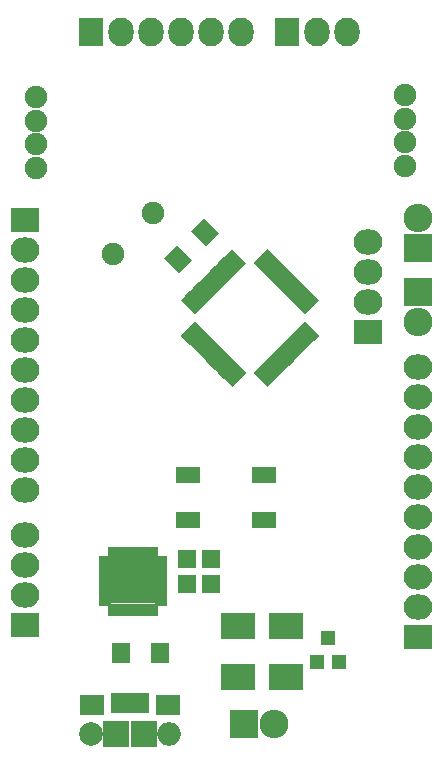
<source format=gts>
G04 #@! TF.FileFunction,Soldermask,Top*
%FSLAX46Y46*%
G04 Gerber Fmt 4.6, Leading zero omitted, Abs format (unit mm)*
G04 Created by KiCad (PCBNEW 4.0.0-2.201512072331+6194~38~ubuntu14.04.1-stable) date Mon 04 Jan 2016 09:00:13 PM CET*
%MOMM*%
G01*
G04 APERTURE LIST*
%ADD10C,0.100000*%
%ADD11R,2.899360X2.200860*%
%ADD12R,1.598880X1.598880*%
%ADD13R,1.550620X1.799540*%
%ADD14R,2.432000X2.127200*%
%ADD15O,2.432000X2.127200*%
%ADD16R,2.432000X2.432000*%
%ADD17O,2.432000X2.432000*%
%ADD18R,2.127200X2.432000*%
%ADD19O,2.127200X2.432000*%
%ADD20C,1.900000*%
%ADD21R,0.800000X1.750000*%
%ADD22R,2.000000X1.800000*%
%ADD23R,2.300000X2.300000*%
%ADD24C,2.000000*%
%ADD25O,2.000000X2.000000*%
%ADD26R,1.100000X0.650000*%
%ADD27R,0.650000X1.100000*%
%ADD28R,2.125000X2.125000*%
%ADD29R,1.200100X1.200100*%
%ADD30C,1.901140*%
%ADD31R,2.000000X1.400000*%
G04 APERTURE END LIST*
D10*
G36*
X95827779Y-97529111D02*
X96287398Y-97069492D01*
X97489479Y-98271573D01*
X97029860Y-98731192D01*
X95827779Y-97529111D01*
X95827779Y-97529111D01*
G37*
G36*
X95474226Y-97882664D02*
X95933845Y-97423045D01*
X97135926Y-98625126D01*
X96676307Y-99084745D01*
X95474226Y-97882664D01*
X95474226Y-97882664D01*
G37*
G36*
X95120672Y-98236218D02*
X95580291Y-97776599D01*
X96782372Y-98978680D01*
X96322753Y-99438299D01*
X95120672Y-98236218D01*
X95120672Y-98236218D01*
G37*
G36*
X94767119Y-98589771D02*
X95226738Y-98130152D01*
X96428819Y-99332233D01*
X95969200Y-99791852D01*
X94767119Y-98589771D01*
X94767119Y-98589771D01*
G37*
G36*
X94413566Y-98943324D02*
X94873185Y-98483705D01*
X96075266Y-99685786D01*
X95615647Y-100145405D01*
X94413566Y-98943324D01*
X94413566Y-98943324D01*
G37*
G36*
X94060012Y-99296878D02*
X94519631Y-98837259D01*
X95721712Y-100039340D01*
X95262093Y-100498959D01*
X94060012Y-99296878D01*
X94060012Y-99296878D01*
G37*
G36*
X93706459Y-99650431D02*
X94166078Y-99190812D01*
X95368159Y-100392893D01*
X94908540Y-100852512D01*
X93706459Y-99650431D01*
X93706459Y-99650431D01*
G37*
G36*
X93352905Y-100003985D02*
X93812524Y-99544366D01*
X95014605Y-100746447D01*
X94554986Y-101206066D01*
X93352905Y-100003985D01*
X93352905Y-100003985D01*
G37*
G36*
X92999352Y-100357538D02*
X93458971Y-99897919D01*
X94661052Y-101100000D01*
X94201433Y-101559619D01*
X92999352Y-100357538D01*
X92999352Y-100357538D01*
G37*
G36*
X92645799Y-100711091D02*
X93105418Y-100251472D01*
X94307499Y-101453553D01*
X93847880Y-101913172D01*
X92645799Y-100711091D01*
X92645799Y-100711091D01*
G37*
G36*
X92292245Y-101064645D02*
X92751864Y-100605026D01*
X93953945Y-101807107D01*
X93494326Y-102266726D01*
X92292245Y-101064645D01*
X92292245Y-101064645D01*
G37*
G36*
X91938692Y-101418198D02*
X92398311Y-100958579D01*
X93600392Y-102160660D01*
X93140773Y-102620279D01*
X91938692Y-101418198D01*
X91938692Y-101418198D01*
G37*
G36*
X92398311Y-104883021D02*
X91938692Y-104423402D01*
X93140773Y-103221321D01*
X93600392Y-103680940D01*
X92398311Y-104883021D01*
X92398311Y-104883021D01*
G37*
G36*
X92751864Y-105236574D02*
X92292245Y-104776955D01*
X93494326Y-103574874D01*
X93953945Y-104034493D01*
X92751864Y-105236574D01*
X92751864Y-105236574D01*
G37*
G36*
X93105418Y-105590128D02*
X92645799Y-105130509D01*
X93847880Y-103928428D01*
X94307499Y-104388047D01*
X93105418Y-105590128D01*
X93105418Y-105590128D01*
G37*
G36*
X93458971Y-105943681D02*
X92999352Y-105484062D01*
X94201433Y-104281981D01*
X94661052Y-104741600D01*
X93458971Y-105943681D01*
X93458971Y-105943681D01*
G37*
G36*
X93812524Y-106297234D02*
X93352905Y-105837615D01*
X94554986Y-104635534D01*
X95014605Y-105095153D01*
X93812524Y-106297234D01*
X93812524Y-106297234D01*
G37*
G36*
X94166078Y-106650788D02*
X93706459Y-106191169D01*
X94908540Y-104989088D01*
X95368159Y-105448707D01*
X94166078Y-106650788D01*
X94166078Y-106650788D01*
G37*
G36*
X94519631Y-107004341D02*
X94060012Y-106544722D01*
X95262093Y-105342641D01*
X95721712Y-105802260D01*
X94519631Y-107004341D01*
X94519631Y-107004341D01*
G37*
G36*
X94873185Y-107357895D02*
X94413566Y-106898276D01*
X95615647Y-105696195D01*
X96075266Y-106155814D01*
X94873185Y-107357895D01*
X94873185Y-107357895D01*
G37*
G36*
X95226738Y-107711448D02*
X94767119Y-107251829D01*
X95969200Y-106049748D01*
X96428819Y-106509367D01*
X95226738Y-107711448D01*
X95226738Y-107711448D01*
G37*
G36*
X95580291Y-108065001D02*
X95120672Y-107605382D01*
X96322753Y-106403301D01*
X96782372Y-106862920D01*
X95580291Y-108065001D01*
X95580291Y-108065001D01*
G37*
G36*
X95933845Y-108418555D02*
X95474226Y-107958936D01*
X96676307Y-106756855D01*
X97135926Y-107216474D01*
X95933845Y-108418555D01*
X95933845Y-108418555D01*
G37*
G36*
X96287398Y-108772108D02*
X95827779Y-108312489D01*
X97029860Y-107110408D01*
X97489479Y-107570027D01*
X96287398Y-108772108D01*
X96287398Y-108772108D01*
G37*
G36*
X98090521Y-107570027D02*
X98550140Y-107110408D01*
X99752221Y-108312489D01*
X99292602Y-108772108D01*
X98090521Y-107570027D01*
X98090521Y-107570027D01*
G37*
G36*
X98444074Y-107216474D02*
X98903693Y-106756855D01*
X100105774Y-107958936D01*
X99646155Y-108418555D01*
X98444074Y-107216474D01*
X98444074Y-107216474D01*
G37*
G36*
X98797628Y-106862920D02*
X99257247Y-106403301D01*
X100459328Y-107605382D01*
X99999709Y-108065001D01*
X98797628Y-106862920D01*
X98797628Y-106862920D01*
G37*
G36*
X99151181Y-106509367D02*
X99610800Y-106049748D01*
X100812881Y-107251829D01*
X100353262Y-107711448D01*
X99151181Y-106509367D01*
X99151181Y-106509367D01*
G37*
G36*
X99504734Y-106155814D02*
X99964353Y-105696195D01*
X101166434Y-106898276D01*
X100706815Y-107357895D01*
X99504734Y-106155814D01*
X99504734Y-106155814D01*
G37*
G36*
X99858288Y-105802260D02*
X100317907Y-105342641D01*
X101519988Y-106544722D01*
X101060369Y-107004341D01*
X99858288Y-105802260D01*
X99858288Y-105802260D01*
G37*
G36*
X100211841Y-105448707D02*
X100671460Y-104989088D01*
X101873541Y-106191169D01*
X101413922Y-106650788D01*
X100211841Y-105448707D01*
X100211841Y-105448707D01*
G37*
G36*
X100565395Y-105095153D02*
X101025014Y-104635534D01*
X102227095Y-105837615D01*
X101767476Y-106297234D01*
X100565395Y-105095153D01*
X100565395Y-105095153D01*
G37*
G36*
X100918948Y-104741600D02*
X101378567Y-104281981D01*
X102580648Y-105484062D01*
X102121029Y-105943681D01*
X100918948Y-104741600D01*
X100918948Y-104741600D01*
G37*
G36*
X101272501Y-104388047D02*
X101732120Y-103928428D01*
X102934201Y-105130509D01*
X102474582Y-105590128D01*
X101272501Y-104388047D01*
X101272501Y-104388047D01*
G37*
G36*
X101626055Y-104034493D02*
X102085674Y-103574874D01*
X103287755Y-104776955D01*
X102828136Y-105236574D01*
X101626055Y-104034493D01*
X101626055Y-104034493D01*
G37*
G36*
X101979608Y-103680940D02*
X102439227Y-103221321D01*
X103641308Y-104423402D01*
X103181689Y-104883021D01*
X101979608Y-103680940D01*
X101979608Y-103680940D01*
G37*
G36*
X102439227Y-102620279D02*
X101979608Y-102160660D01*
X103181689Y-100958579D01*
X103641308Y-101418198D01*
X102439227Y-102620279D01*
X102439227Y-102620279D01*
G37*
G36*
X102085674Y-102266726D02*
X101626055Y-101807107D01*
X102828136Y-100605026D01*
X103287755Y-101064645D01*
X102085674Y-102266726D01*
X102085674Y-102266726D01*
G37*
G36*
X101732120Y-101913172D02*
X101272501Y-101453553D01*
X102474582Y-100251472D01*
X102934201Y-100711091D01*
X101732120Y-101913172D01*
X101732120Y-101913172D01*
G37*
G36*
X101378567Y-101559619D02*
X100918948Y-101100000D01*
X102121029Y-99897919D01*
X102580648Y-100357538D01*
X101378567Y-101559619D01*
X101378567Y-101559619D01*
G37*
G36*
X101025014Y-101206066D02*
X100565395Y-100746447D01*
X101767476Y-99544366D01*
X102227095Y-100003985D01*
X101025014Y-101206066D01*
X101025014Y-101206066D01*
G37*
G36*
X100671460Y-100852512D02*
X100211841Y-100392893D01*
X101413922Y-99190812D01*
X101873541Y-99650431D01*
X100671460Y-100852512D01*
X100671460Y-100852512D01*
G37*
G36*
X100317907Y-100498959D02*
X99858288Y-100039340D01*
X101060369Y-98837259D01*
X101519988Y-99296878D01*
X100317907Y-100498959D01*
X100317907Y-100498959D01*
G37*
G36*
X99964353Y-100145405D02*
X99504734Y-99685786D01*
X100706815Y-98483705D01*
X101166434Y-98943324D01*
X99964353Y-100145405D01*
X99964353Y-100145405D01*
G37*
G36*
X99610800Y-99791852D02*
X99151181Y-99332233D01*
X100353262Y-98130152D01*
X100812881Y-98589771D01*
X99610800Y-99791852D01*
X99610800Y-99791852D01*
G37*
G36*
X99257247Y-99438299D02*
X98797628Y-98978680D01*
X99999709Y-97776599D01*
X100459328Y-98236218D01*
X99257247Y-99438299D01*
X99257247Y-99438299D01*
G37*
G36*
X98903693Y-99084745D02*
X98444074Y-98625126D01*
X99646155Y-97423045D01*
X100105774Y-97882664D01*
X98903693Y-99084745D01*
X98903693Y-99084745D01*
G37*
G36*
X98550140Y-98731192D02*
X98090521Y-98271573D01*
X99292602Y-97069492D01*
X99752221Y-97529111D01*
X98550140Y-98731192D01*
X98550140Y-98731192D01*
G37*
D11*
X96807020Y-133350000D03*
X100804980Y-133350000D03*
X96807020Y-129032000D03*
X100804980Y-129032000D03*
D12*
X94521020Y-123317000D03*
X92422980Y-123317000D03*
X94521020Y-125476000D03*
X92422980Y-125476000D03*
D10*
G36*
X91599520Y-96789813D02*
X92871987Y-98062280D01*
X91775534Y-99158733D01*
X90503067Y-97886266D01*
X91599520Y-96789813D01*
X91599520Y-96789813D01*
G37*
G36*
X93898466Y-94490867D02*
X95170933Y-95763334D01*
X94074480Y-96859787D01*
X92802013Y-95587320D01*
X93898466Y-94490867D01*
X93898466Y-94490867D01*
G37*
D13*
X90144600Y-131318000D03*
X86893400Y-131318000D03*
D14*
X112014000Y-129921000D03*
D15*
X112014000Y-127381000D03*
X112014000Y-124841000D03*
X112014000Y-122301000D03*
X112014000Y-119761000D03*
X112014000Y-117221000D03*
X112014000Y-114681000D03*
X112014000Y-112141000D03*
X112014000Y-109601000D03*
X112014000Y-107061000D03*
D14*
X78740000Y-94615000D03*
D15*
X78740000Y-97155000D03*
X78740000Y-99695000D03*
X78740000Y-102235000D03*
X78740000Y-104775000D03*
X78740000Y-107315000D03*
X78740000Y-109855000D03*
X78740000Y-112395000D03*
X78740000Y-114935000D03*
X78740000Y-117475000D03*
D14*
X107746800Y-104165400D03*
D15*
X107746800Y-101625400D03*
X107746800Y-99085400D03*
X107746800Y-96545400D03*
D16*
X112014000Y-100711000D03*
D17*
X112014000Y-103251000D03*
D14*
X78740000Y-128905000D03*
D15*
X78740000Y-126365000D03*
X78740000Y-123825000D03*
X78740000Y-121285000D03*
D16*
X112014000Y-97028000D03*
D17*
X112014000Y-94488000D03*
D18*
X84328000Y-78740000D03*
D19*
X86868000Y-78740000D03*
X89408000Y-78740000D03*
X91948000Y-78740000D03*
X94488000Y-78740000D03*
X97028000Y-78740000D03*
D20*
X110934500Y-90056500D03*
X110934500Y-88056500D03*
X110934500Y-86056500D03*
X110934500Y-84056500D03*
X79692500Y-84251000D03*
X79692500Y-86251000D03*
X79692500Y-88251000D03*
X79692500Y-90251000D03*
D18*
X100965000Y-78740000D03*
D19*
X103505000Y-78740000D03*
X106045000Y-78740000D03*
D21*
X86330000Y-135526000D03*
X88280000Y-135526000D03*
X87630000Y-135526000D03*
X86980000Y-135526000D03*
X88930000Y-135526000D03*
D22*
X84430000Y-135726000D03*
X90830000Y-135726000D03*
D23*
X86430000Y-138176000D03*
X88830000Y-138176000D03*
D24*
X84330000Y-138176000D03*
D25*
X90930000Y-138176000D03*
D16*
X97282000Y-137287000D03*
D17*
X99822000Y-137287000D03*
D26*
X85484000Y-123472000D03*
X85484000Y-123972000D03*
X85484000Y-124472000D03*
X85484000Y-124972000D03*
X85484000Y-125472000D03*
X85484000Y-125972000D03*
X85484000Y-126472000D03*
X85484000Y-126972000D03*
D27*
X86134000Y-127622000D03*
X86634000Y-127622000D03*
X87134000Y-127622000D03*
X87634000Y-127622000D03*
X88134000Y-127622000D03*
X88634000Y-127622000D03*
X89134000Y-127622000D03*
X89634000Y-127622000D03*
D26*
X90284000Y-126972000D03*
X90284000Y-126472000D03*
X90284000Y-125972000D03*
X90284000Y-125472000D03*
X90284000Y-124972000D03*
X90284000Y-124472000D03*
X90284000Y-123972000D03*
X90284000Y-123472000D03*
D27*
X89634000Y-122822000D03*
X89134000Y-122822000D03*
X88634000Y-122822000D03*
X88134000Y-122822000D03*
X87634000Y-122822000D03*
X87134000Y-122822000D03*
X86634000Y-122822000D03*
X86134000Y-122822000D03*
D28*
X88746500Y-126084500D03*
X88746500Y-124359500D03*
X87021500Y-126084500D03*
X87021500Y-124359500D03*
D29*
X103444000Y-132064760D03*
X105344000Y-132064760D03*
X104394000Y-130065780D03*
D30*
X89610005Y-94082795D03*
X86157995Y-97534805D03*
D31*
X92558000Y-116210000D03*
X98958000Y-116210000D03*
X92558000Y-120010000D03*
X98958000Y-120010000D03*
M02*

</source>
